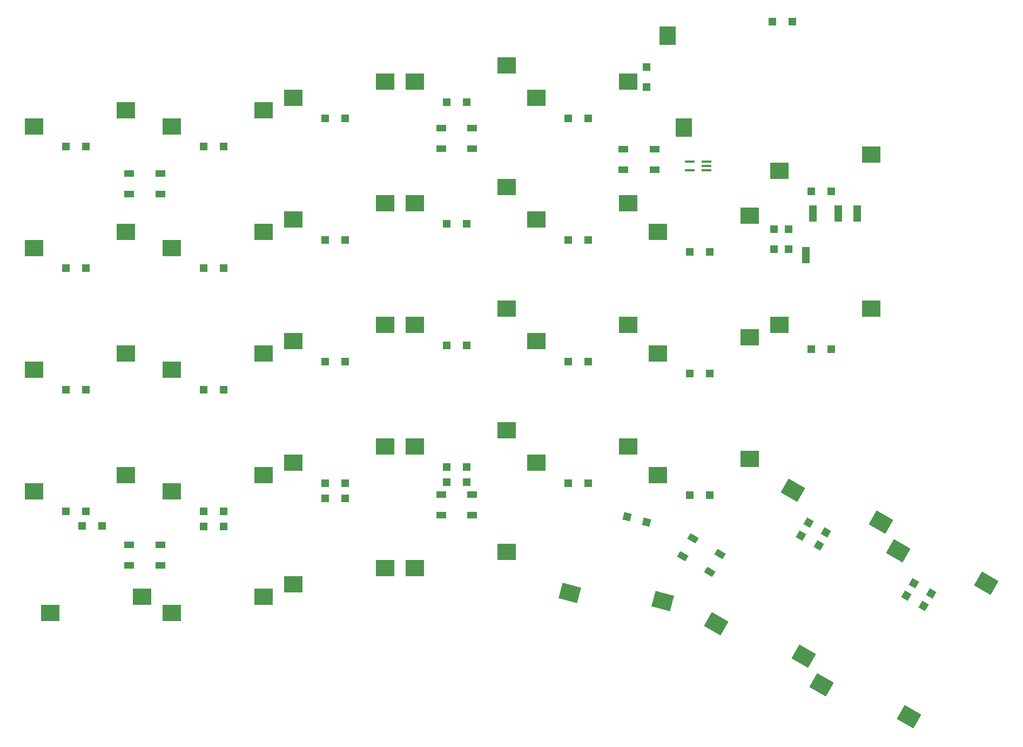
<source format=gbp>
G04 #@! TF.GenerationSoftware,KiCad,Pcbnew,(6.0.5-0)*
G04 #@! TF.CreationDate,2022-05-24T21:59:09-05:00*
G04 #@! TF.ProjectId,redox_rev2_recovery,7265646f-785f-4726-9576-325f7265636f,1.0*
G04 #@! TF.SameCoordinates,Original*
G04 #@! TF.FileFunction,Paste,Bot*
G04 #@! TF.FilePolarity,Positive*
%FSLAX46Y46*%
G04 Gerber Fmt 4.6, Leading zero omitted, Abs format (unit mm)*
G04 Created by KiCad (PCBNEW (6.0.5-0)) date 2022-05-24 21:59:09*
%MOMM*%
%LPD*%
G01*
G04 APERTURE LIST*
G04 Aperture macros list*
%AMRotRect*
0 Rectangle, with rotation*
0 The origin of the aperture is its center*
0 $1 length*
0 $2 width*
0 $3 Rotation angle, in degrees counterclockwise*
0 Add horizontal line*
21,1,$1,$2,0,0,$3*%
G04 Aperture macros list end*
%ADD10R,1.200000X2.500000*%
%ADD11R,3.000000X2.500000*%
%ADD12R,2.500000X3.000000*%
%ADD13RotRect,3.000000X2.500000X150.000000*%
%ADD14RotRect,3.000000X2.500000X165.000000*%
%ADD15RotRect,1.200000X1.200000X150.000000*%
%ADD16RotRect,1.200000X1.200000X165.000000*%
%ADD17R,1.200000X1.200000*%
%ADD18R,1.500000X1.000000*%
%ADD19R,1.500000X0.400000*%
%ADD20RotRect,1.500000X1.000000X150.000000*%
G04 APERTURE END LIST*
D10*
X210935000Y-85396000D03*
X213935000Y-85396000D03*
X205835000Y-91896000D03*
X206935000Y-85396000D03*
D11*
X84862860Y-71785480D03*
X99262860Y-69245480D03*
X106452860Y-71785480D03*
X120852860Y-69245480D03*
X125502860Y-67340480D03*
X139902860Y-64800480D03*
X144552860Y-64800480D03*
X158952860Y-62260480D03*
X163602860Y-67340480D03*
X178002860Y-64800480D03*
D12*
X184172860Y-57565480D03*
X186712860Y-71965480D03*
D11*
X201702860Y-78770480D03*
X216102860Y-76230480D03*
X125502860Y-86390480D03*
X139902860Y-83850480D03*
X144552860Y-83850480D03*
X158952860Y-81310480D03*
X163602860Y-86390480D03*
X178002860Y-83850480D03*
X182652860Y-88295480D03*
X197052860Y-85755480D03*
X201702860Y-102900480D03*
X216102860Y-100360480D03*
X84862860Y-109885480D03*
X99262860Y-107345480D03*
X106452860Y-109885480D03*
X120852860Y-107345480D03*
X125502860Y-105440480D03*
X139902860Y-102900480D03*
X144552860Y-102900480D03*
X158952860Y-100360480D03*
X163602860Y-105440480D03*
X178002860Y-102900480D03*
X182652860Y-107345480D03*
X197052860Y-104805480D03*
D13*
X203857092Y-128764889D03*
X217597858Y-133765185D03*
D11*
X84862860Y-128935480D03*
X99262860Y-126395480D03*
X106452860Y-128935480D03*
X120852860Y-126395480D03*
X125502860Y-124490480D03*
X139902860Y-121950480D03*
X144552860Y-121950480D03*
X158952860Y-119410480D03*
X163602860Y-124490480D03*
X178002860Y-121950480D03*
X182652860Y-126395480D03*
X197052860Y-123855480D03*
D13*
X220367092Y-138289889D03*
X234107858Y-143290185D03*
D11*
X87402860Y-147985480D03*
X101802860Y-145445480D03*
X106452860Y-147985480D03*
X120852860Y-145445480D03*
X125502860Y-143540480D03*
X139902860Y-141000480D03*
X144552860Y-141000480D03*
X158952860Y-138460480D03*
D14*
X168862949Y-144834177D03*
X183429681Y-146107720D03*
D13*
X191792092Y-149719889D03*
X205532858Y-154720185D03*
X208302092Y-159244889D03*
X222042858Y-164245185D03*
D11*
X84862860Y-90835480D03*
X99262860Y-88295480D03*
X106452860Y-90835480D03*
X120852860Y-88295480D03*
D15*
X205136010Y-135862500D03*
X207863990Y-137437500D03*
D16*
X177807334Y-132934720D03*
X180850000Y-133750000D03*
D17*
X149550000Y-127500000D03*
X152700000Y-127500000D03*
X130525000Y-130050000D03*
X133675000Y-130050000D03*
X111475000Y-134400000D03*
X114625000Y-134400000D03*
X168605000Y-108585000D03*
X171755000Y-108585000D03*
X89865000Y-74930000D03*
X93015000Y-74930000D03*
X168605000Y-70485000D03*
X171755000Y-70485000D03*
X111455000Y-93980000D03*
X114605000Y-93980000D03*
X130505000Y-70485000D03*
X133655000Y-70485000D03*
X206705000Y-106680000D03*
X209855000Y-106680000D03*
X168605000Y-89535000D03*
X171755000Y-89535000D03*
X89865000Y-113030000D03*
X93015000Y-113030000D03*
X111455000Y-74930000D03*
X114605000Y-74930000D03*
X149555000Y-86995000D03*
X152705000Y-86995000D03*
X180850000Y-65600000D03*
X180850000Y-62450000D03*
X149555000Y-106045000D03*
X152705000Y-106045000D03*
X149555000Y-125095000D03*
X152705000Y-125095000D03*
X187655000Y-110490000D03*
X190805000Y-110490000D03*
X89865000Y-132080000D03*
X93015000Y-132080000D03*
X149555000Y-67945000D03*
X152705000Y-67945000D03*
D15*
X206281010Y-133832500D03*
X209008990Y-135407500D03*
D17*
X130505000Y-89535000D03*
X133655000Y-89535000D03*
X168605000Y-127635000D03*
X171755000Y-127635000D03*
X89865000Y-93980000D03*
X93015000Y-93980000D03*
X206705000Y-81915000D03*
X209855000Y-81915000D03*
X187655000Y-91440000D03*
X190805000Y-91440000D03*
X111455000Y-113030000D03*
X114605000Y-113030000D03*
X111455000Y-132080000D03*
X114605000Y-132080000D03*
X130505000Y-108585000D03*
X133655000Y-108585000D03*
D15*
X221636010Y-145312500D03*
X224363990Y-146887500D03*
D17*
X130505000Y-127635000D03*
X133655000Y-127635000D03*
D15*
X222791010Y-143357500D03*
X225518990Y-144932500D03*
D17*
X187655000Y-129540000D03*
X190805000Y-129540000D03*
X92425000Y-134366000D03*
X95575000Y-134366000D03*
X203200000Y-87884000D03*
X203200000Y-91034000D03*
X200609000Y-55372000D03*
X203759000Y-55372000D03*
X200914000Y-87833000D03*
X200914000Y-90983000D03*
D18*
X148680000Y-75260000D03*
X148680000Y-72060000D03*
X153580000Y-72060000D03*
X153580000Y-75260000D03*
X104707860Y-79156000D03*
X104707860Y-82356000D03*
X99807860Y-82356000D03*
X99807860Y-79156000D03*
X177277860Y-78562000D03*
X177277860Y-75362000D03*
X182177860Y-75362000D03*
X182177860Y-78562000D03*
X153580000Y-129464000D03*
X153580000Y-132664000D03*
X148680000Y-132664000D03*
X148680000Y-129464000D03*
X104707860Y-137338000D03*
X104707860Y-140538000D03*
X99807860Y-140538000D03*
X99807860Y-137338000D03*
D19*
X190306000Y-77328000D03*
X190306000Y-77978000D03*
X190306000Y-78628000D03*
X187646000Y-78628000D03*
X187646000Y-77328000D03*
D20*
X192405762Y-138777359D03*
X190805762Y-141548641D03*
X186562238Y-139098641D03*
X188162238Y-136327359D03*
M02*

</source>
